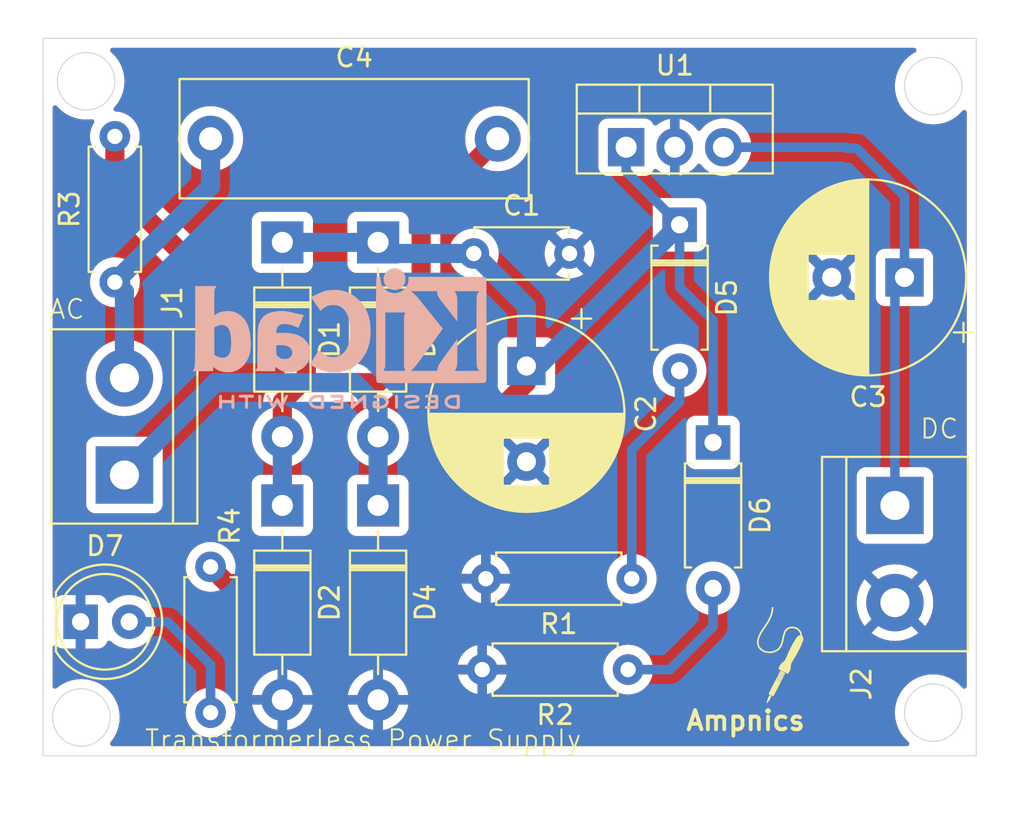
<source format=kicad_pcb>
(kicad_pcb (version 20240108) (generator "pcbnew") (generator_version "8.0")
  (layers (0 "F.Cu" signal) (31 "B.Cu" signal) (34 "B.Paste" user) (35 "F.Paste" user) (36 "B.SilkS" user "B.Silkscreen") (37 "F.SilkS" user "F.Silkscreen") (38 "B.Mask" user) (39 "F.Mask" user) (44 "Edge.Cuts" user))
  (net 0 "")
  (net 1 "Net-(D1-K)")
  (net 2 "GND")
  (net 3 "/5V")
  (net 4 "Net-(D1-A)")
  (net 5 "Net-(J1-Pin_2)")
  (net 6 "Net-(D3-A)")
  (net 7 "Net-(D5-A)")
  (net 8 "Net-(D6-A)")
  (net 9 "Net-(D7-A)")
  (footprint "Capacitor_THT:CP_Radial_D10.0mm_P3.80mm" (layer "F.Cu") (at 130.75 95 180)
    (property "Reference" "C3" (at 1.9 -6.25 0) (layer "F.SilkS"))
    (property "Value" "470uf")
    (pad "1" thru_hole rect (at 0 0 180) (size 2 2) (drill 1) (layers "*.Cu" "*.Mask") (net 3 "/5V"))
    (pad "2" thru_hole circle (at 3.8 0 180) (size 2 2) (drill 1) (layers "*.Cu" "*.Mask") (net 2 "GND"))
  )
  (footprint "Resistor_THT:R_Axial_DIN0207_L6.3mm_D2.5mm_P7.62mm_Horizontal" (layer "F.Cu") (at 116.5 110.75 180)
    (property "Reference" "R1" (at 3.81 -2.37 0) (layer "F.SilkS"))
    (property "Value" "20k")
    (pad "1" thru_hole circle (at 0 0 180) (size 1.6 1.6) (drill 0.8) (layers "*.Cu" "*.Mask") (net 7 "Net-(D5-A)"))
    (pad "2" thru_hole oval (at 7.62 0 180) (size 1.6 1.6) (drill 0.8) (layers "*.Cu" "*.Mask") (net 2 "GND"))
  )
  (footprint "Diode_THT:D_DO-41_SOD81_P10.16mm_Horizontal" (layer "F.Cu") (at 103.25 93.17 -90)
    (property "Reference" "D3" (at 5.08 -2.47 90) (layer "F.SilkS"))
    (property "Value" "1N4007")
    (pad "1" thru_hole rect (at 0 0 270) (size 2.2 2.2) (drill 1.1) (layers "*.Cu" "*.Mask") (net 1 "Net-(D1-K)"))
    (pad "2" thru_hole oval (at 10.16 0 270) (size 2.2 2.2) (drill 1.1) (layers "*.Cu" "*.Mask") (net 6 "Net-(D3-A)"))
  )
  (footprint "Capacitor_THT:C_Rect_L18.0mm_W6.0mm_P15.00mm_FKS3_FKP3" (layer "F.Cu") (at 94.5 87.75)
    (property "Reference" "C4" (at 7.5 -4.25 0) (layer "F.SilkS"))
    (property "Value" "225k/2.2uF")
    (pad "1" thru_hole circle (at 0 0) (size 2.4 2.4) (drill 1.2) (layers "*.Cu" "*.Mask") (net 5 "Net-(J1-Pin_2)"))
    (pad "2" thru_hole circle (at 15 0) (size 2.4 2.4) (drill 1.2) (layers "*.Cu" "*.Mask") (net 4 "Net-(D1-A)"))
  )
  (footprint "TerminalBlock:TerminalBlock_bornier-2_P5.08mm" (layer "F.Cu") (at 90 105.33 90)
    (property "Reference" "J1" (at 9 2.5 90) (layer "F.SilkS"))
    (property "Value" "Screw_Terminal_01x02")
    (pad "1" thru_hole rect (at 0 0 90) (size 3 3) (drill 1.52) (layers "*.Cu" "*.Mask") (net 6 "Net-(D3-A)"))
    (pad "2" thru_hole circle (at 5.08 0 90) (size 3 3) (drill 1.52) (layers "*.Cu" "*.Mask") (net 5 "Net-(J1-Pin_2)"))
  )
  (footprint "Diode_THT:D_A-405_P7.62mm_Horizontal" (layer "F.Cu") (at 120.75 103.63 -90)
    (property "Reference" "D6" (at 3.81 -2.47 90) (layer "F.SilkS"))
    (property "Value" "D_Zener")
    (pad "1" thru_hole rect (at 0 0 270) (size 1.8 1.8) (drill 0.9) (layers "*.Cu" "*.Mask") (net 1 "Net-(D1-K)"))
    (pad "2" thru_hole oval (at 7.62 0 270) (size 1.8 1.8) (drill 0.9) (layers "*.Cu" "*.Mask") (net 8 "Net-(D6-A)"))
  )
  (footprint "Diode_THT:D_DO-41_SOD81_P10.16mm_Horizontal" (layer "F.Cu") (at 103.25 106.92 -90)
    (property "Reference" "D4" (at 5.08 -2.47 90) (layer "F.SilkS"))
    (property "Value" "1N4007")
    (pad "1" thru_hole rect (at 0 0 270) (size 2.2 2.2) (drill 1.1) (layers "*.Cu" "*.Mask") (net 6 "Net-(D3-A)"))
    (pad "2" thru_hole oval (at 10.16 0 270) (size 2.2 2.2) (drill 1.1) (layers "*.Cu" "*.Mask") (net 2 "GND"))
  )
  (footprint "Resistor_THT:R_Axial_DIN0207_L6.3mm_D2.5mm_P7.62mm_Horizontal" (layer "F.Cu") (at 94.5 110.13 -90)
    (property "Reference" "R4" (at -2.13 -1 90) (layer "F.SilkS"))
    (property "Value" "2.2k")
    (pad "1" thru_hole circle (at 0 0 270) (size 1.6 1.6) (drill 0.8) (layers "*.Cu" "*.Mask") (net 1 "Net-(D1-K)"))
    (pad "2" thru_hole oval (at 7.62 0 270) (size 1.6 1.6) (drill 0.8) (layers "*.Cu" "*.Mask") (net 9 "Net-(D7-A)"))
  )
  (footprint "Capacitor_THT:C_Disc_D4.7mm_W2.5mm_P5.00mm" (layer "F.Cu") (at 108.25 93.75)
    (property "Reference" "C1" (at 2.5 -2.5 0) (layer "F.SilkS"))
    (property "Value" "0.1uf")
    (pad "1" thru_hole circle (at 0 0) (size 1.6 1.6) (drill 0.8) (layers "*.Cu" "*.Mask") (net 1 "Net-(D1-K)"))
    (pad "2" thru_hole circle (at 5 0) (size 1.6 1.6) (drill 0.8) (layers "*.Cu" "*.Mask") (net 2 "GND"))
  )
  (footprint "logo.preety:ampnics_logo_6x6mm" (layer "F.Cu") (at 124.25 114.75)
    (property "Reference" "G***" (hide yes))
    (property "Value" "LOGO" (hide yes))
  )
  (footprint "Capacitor_THT:CP_Radial_D10.0mm_P5.00mm" (layer "F.Cu") (at 111 99.632323 -90)
    (property "Reference" "C2" (at 2.5 -6.25 90) (layer "F.SilkS"))
    (property "Value" "1000uf")
    (pad "1" thru_hole rect (at 0 0 270) (size 2 2) (drill 1) (layers "*.Cu" "*.Mask") (net 1 "Net-(D1-K)"))
    (pad "2" thru_hole circle (at 5 0 270) (size 2 2) (drill 1) (layers "*.Cu" "*.Mask") (net 2 "GND"))
  )
  (footprint "Resistor_THT:R_Axial_DIN0207_L6.3mm_D2.5mm_P7.62mm_Horizontal" (layer "F.Cu") (at 89.5 95.25 90)
    (property "Reference" "R3" (at 3.81 -2.37 90) (layer "F.SilkS"))
    (property "Value" "1M")
    (pad "1" thru_hole circle (at 0 0 90) (size 1.6 1.6) (drill 0.8) (layers "*.Cu" "*.Mask") (net 5 "Net-(J1-Pin_2)"))
    (pad "2" thru_hole oval (at 7.62 0 90) (size 1.6 1.6) (drill 0.8) (layers "*.Cu" "*.Mask") (net 4 "Net-(D1-A)"))
  )
  (footprint "Resistor_THT:R_Axial_DIN0207_L6.3mm_D2.5mm_P7.62mm_Horizontal" (layer "F.Cu") (at 116.31 115.5 180)
    (property "Reference" "R2" (at 3.81 -2.37 0) (layer "F.SilkS"))
    (property "Value" "20k")
    (pad "1" thru_hole circle (at 0 0 180) (size 1.6 1.6) (drill 0.8) (layers "*.Cu" "*.Mask") (net 8 "Net-(D6-A)"))
    (pad "2" thru_hole oval (at 7.62 0 180) (size 1.6 1.6) (drill 0.8) (layers "*.Cu" "*.Mask") (net 2 "GND"))
  )
  (footprint "Diode_THT:D_A-405_P7.62mm_Horizontal" (layer "F.Cu") (at 119 92.25 -90)
    (property "Reference" "D5" (at 3.81 -2.47 90) (layer "F.SilkS"))
    (property "Value" "D_Zener")
    (pad "1" thru_hole rect (at 0 0 270) (size 1.8 1.8) (drill 0.9) (layers "*.Cu" "*.Mask") (net 1 "Net-(D1-K)"))
    (pad "2" thru_hole oval (at 7.62 0 270) (size 1.8 1.8) (drill 0.9) (layers "*.Cu" "*.Mask") (net 7 "Net-(D5-A)"))
  )
  (footprint "Package_TO_SOT_THT:TO-220-3_Vertical" (layer "F.Cu") (at 116.21 88.195)
    (property "Reference" "U1" (at 2.54 -4.27 0) (layer "F.SilkS"))
    (property "Value" "LM7805_TO220")
    (pad "1" thru_hole rect (at 0 0) (size 1.905 2) (drill 1.1) (layers "*.Cu" "*.Mask") (net 1 "Net-(D1-K)"))
    (pad "2" thru_hole oval (at 2.54 0) (size 1.905 2) (drill 1.1) (layers "*.Cu" "*.Mask") (net 2 "GND"))
    (pad "3" thru_hole oval (at 5.08 0) (size 1.905 2) (drill 1.1) (layers "*.Cu" "*.Mask") (net 3 "/5V"))
  )
  (footprint "Diode_THT:D_DO-41_SOD81_P10.16mm_Horizontal" (layer "F.Cu") (at 98.25 106.92 -90)
    (property "Reference" "D2" (at 5.08 -2.47 90) (layer "F.SilkS"))
    (property "Value" "1N4007")
    (pad "1" thru_hole rect (at 0 0 270) (size 2.2 2.2) (drill 1.1) (layers "*.Cu" "*.Mask") (net 4 "Net-(D1-A)"))
    (pad "2" thru_hole oval (at 10.16 0 270) (size 2.2 2.2) (drill 1.1) (layers "*.Cu" "*.Mask") (net 2 "GND"))
  )
  (footprint "LED_THT:LED_D5.0mm" (layer "F.Cu") (at 87.71 113)
    (property "Reference" "D7" (at 1.27 -3.96 0) (layer "F.SilkS"))
    (property "Value" "LED")
    (pad "1" thru_hole rect (at 0 0) (size 1.8 1.8) (drill 0.9) (layers "*.Cu" "*.Mask") (net 2 "GND"))
    (pad "2" thru_hole circle (at 2.54 0) (size 1.8 1.8) (drill 0.9) (layers "*.Cu" "*.Mask") (net 9 "Net-(D7-A)"))
  )
  (footprint "Diode_THT:D_DO-41_SOD81_P10.16mm_Horizontal" (layer "F.Cu") (at 98.25 93.17 -90)
    (property "Reference" "D1" (at 5.08 -2.47 90) (layer "F.SilkS"))
    (property "Value" "1N4007")
    (pad "1" thru_hole rect (at 0 0 270) (size 2.2 2.2) (drill 1.1) (layers "*.Cu" "*.Mask") (net 1 "Net-(D1-K)"))
    (pad "2" thru_hole oval (at 10.16 0 270) (size 2.2 2.2) (drill 1.1) (layers "*.Cu" "*.Mask") (net 4 "Net-(D1-A)"))
  )
  (footprint "TerminalBlock:TerminalBlock_bornier-2_P5.08mm" (layer "F.Cu") (at 130.25 106.92 -90)
    (property "Reference" "J2" (at 9.33 1.75 90) (layer "F.SilkS"))
    (property "Value" "Screw_Terminal_01x02")
    (pad "1" thru_hole rect (at 0 0 270) (size 3 3) (drill 1.52) (layers "*.Cu" "*.Mask") (net 3 "/5V"))
    (pad "2" thru_hole circle (at 5.08 0 270) (size 3 3) (drill 1.52) (layers "*.Cu" "*.Mask") (net 2 "GND"))
  )
  (footprint "Symbol:KiCad-Logo2_6mm_SilkScreen" (layer "B.Cu") (at 101.25 97.5 180)
    (property "Reference" "REF**" (hide yes))
    (property "Value" "KiCad-Logo2_6mm_SilkScreen" (hide yes))
  )
  (gr_circle (center 132.25 117.75) (end 133.75 117.75) (stroke (width 0.05)) (fill none) (layer "Edge.Cuts"))
  (gr_circle (center 87.75 118) (end 89.25 118) (stroke (width 0.05)) (fill none) (layer "Edge.Cuts"))
  (gr_circle (center 132.25 85) (end 133.75 85) (stroke (width 0.05)) (fill none) (layer "Edge.Cuts"))
  (gr_rect (start 85.75 82.5) (end 134.5 120) (stroke (width 0.05)) (fill none) (layer "Edge.Cuts"))
  (gr_circle (center 88 84.75) (end 89.5 84.75) (stroke (width 0.05)) (fill none) (layer "Edge.Cuts"))
  (gr_text "Transformerless Power Supply" (at 91 119.75 0) (layer "F.SilkS") (effects (font (size 1 1) (thickness 0.1)) (justify left bottom)))
  (gr_text "DC" (at 131.5 103.5 0) (layer "F.SilkS") (effects (font (size 1 1) (thickness 0.1)) (justify left bottom)))
  (gr_text "AC" (at 86 97.25 0) (layer "F.SilkS") (effects (font (size 1 1) (thickness 0.1)) (justify left bottom)))
  (gr_text "Ampnics" (at 119.25 118.75 0) (layer "F.SilkS") (effects (font (size 1 1) (thickness 0.2) (bold yes)) (justify left bottom)))
  (segment (start 106.25 110.25) (end 105 111.5) (width 1) (layer "F.Cu") (net 1))
  (segment (start 106.25 105.25) (end 106.25 110.25) (width 1) (layer "F.Cu") (net 1))
  (segment (start 111 100.5) (end 106.25 105.25) (width 1) (layer "F.Cu") (net 1))
  (segment (start 105 111.5) (end 96.75 111.5) (width 1) (layer "F.Cu") (net 1))
  (segment (start 111 99.632323) (end 111 100.5) (width 1) (layer "F.Cu") (net 1))
  (segment (start 95.37 111) (end 94.5 110.13) (width 1) (layer "F.Cu") (net 1))
  (segment (start 96.75 111.5) (end 96.25 111) (width 1) (layer "F.Cu") (net 1))
  (segment (start 96.25 111) (end 95.37 111) (width 1) (layer "F.Cu") (net 1))
  (segment (start 98.25 93.17) (end 103.25 93.17) (width 1) (layer "B.Cu") (net 1))
  (segment (start 111 99.632323) (end 111 96.5) (width 1) (layer "B.Cu") (net 1))
  (segment (start 111.617677 99.632323) (end 119 92.25) (width 1) (layer "B.Cu") (net 1))
  (segment (start 120.75 97.25) (end 120.75 103.63) (width 0.5) (layer "B.Cu") (net 1))
  (segment (start 119 92.25) (end 119 95.5) (width 0.5) (layer "B.Cu") (net 1))
  (segment (start 119 95.5) (end 120.75 97.25) (width 0.5) (layer "B.Cu") (net 1))
  (segment (start 111 96.5) (end 108.25 93.75) (width 1) (layer "B.Cu") (net 1))
  (segment (start 108.25 93.75) (end 103.83 93.75) (width 1) (layer "B.Cu") (net 1))
  (segment (start 116.21 89.46) (end 116.21 88.195) (width 0.5) (layer "B.Cu") (net 1))
  (segment (start 111 99.632323) (end 111.617677 99.632323) (width 1) (layer "B.Cu") (net 1))
  (segment (start 119 92.25) (end 116.21 89.46) (width 0.5) (layer "B.Cu") (net 1))
  (segment (start 103.83 93.75) (end 103.25 93.17) (width 1) (layer "B.Cu") (net 1))
  (segment (start 130.75 95) (end 130.75 90.75) (width 0.5) (layer "B.Cu") (net 3))
  (segment (start 127.695 88.195) (end 121.29 88.195) (width 0.5) (layer "B.Cu") (net 3))
  (segment (start 127.75 88.25) (end 127.695 88.195) (width 0.5) (layer "B.Cu") (net 3))
  (segment (start 130.75 90.75) (end 128.25 88.25) (width 0.5) (layer "B.Cu") (net 3))
  (segment (start 128.25 88.25) (end 127.75 88.25) (width 0.5) (layer "B.Cu") (net 3))
  (segment (start 130.25 95.5) (end 130.75 95) (width 0.5) (layer "B.Cu") (net 3))
  (segment (start 130.25 106.92) (end 130.25 95.5) (width 0.5) (layer "B.Cu") (net 3))
  (segment (start 99.5 100.5) (end 99.25 100.5) (width 1) (layer "F.Cu") (net 4))
  (segment (start 105.5 91.75) (end 105.5 98.25) (width 1) (layer "F.Cu") (net 4))
  (segment (start 96.75 96.25) (end 99.5 99) (width 1) (layer "F.Cu") (net 4))
  (segment (start 109.5 87.75) (end 105.5 91.75) (width 1) (layer "F.Cu") (net 4))
  (segment (start 103.25 100.5) (end 99.5 100.5) (width 1) (layer "F.Cu") (net 4))
  (segment (start 95.5 96.25) (end 96.75 96.25) (width 1) (layer "F.Cu") (net 4))
  (segment (start 89.5 87.63) (end 89.5 90.25) (width 1) (layer "F.Cu") (net 4))
  (segment (start 99.5 99) (end 99.5 100.5) (width 1) (layer "F.Cu") (net 4))
  (segment (start 98.25 101.5) (end 98.25 103.33) (width 1) (layer "F.Cu") (net 4))
  (segment (start 105.5 98.25) (end 103.25 100.5) (width 1) (layer "F.Cu") (net 4))
  (segment (start 99.25 100.5) (end 98.25 101.5) (width 1) (layer "F.Cu") (net 4))
  (segment (start 89.5 90.25) (end 95.5 96.25) (width 1) (layer "F.Cu") (net 4))
  (segment (start 98.25 106.92) (end 98.25 103.33) (width 1) (layer "B.Cu") (net 4))
  (segment (start 90 100.25) (end 90 95.75) (width 1) (layer "B.Cu") (net 5))
  (segment (start 90 95.75) (end 89.5 95.25) (width 1) (layer "B.Cu") (net 5))
  (segment (start 94.5 90.25) (end 89.5 95.25) (width 1) (layer "B.Cu") (net 5))
  (segment (start 94.5 87.75) (end 94.5 90.25) (width 1) (layer "B.Cu") (net 5))
  (segment (start 90 105.25) (end 94.75 100.5) (width 1) (layer "B.Cu") (net 6))
  (segment (start 102 100.5) (end 103.25 101.75) (width 1) (layer "B.Cu") (net 6))
  (segment (start 94.75 100.5) (end 102 100.5) (width 1) (layer "B.Cu") (net 6))
  (segment (start 90 105.33) (end 90 105.25) (width 1) (layer "B.Cu") (net 6))
  (segment (start 103.25 101.75) (end 103.25 103.33) (width 1) (layer "B.Cu") (net 6))
  (segment (start 103.25 106.92) (end 103.25 103.33) (width 1) (layer "B.Cu") (net 6))
  (segment (start 119 101.5) (end 116.5 104) (width 0.5) (layer "B.Cu") (net 7))
  (segment (start 116.5 104) (end 116.5 110.75) (width 0.5) (layer "B.Cu") (net 7))
  (segment (start 119 99.87) (end 119 101.5) (width 0.5) (layer "B.Cu") (net 7))
  (segment (start 118.5 115.5) (end 116.31 115.5) (width 0.5) (layer "B.Cu") (net 8))
  (segment (start 120.75 111.25) (end 120.75 113.25) (width 0.5) (layer "B.Cu") (net 8))
  (segment (start 120.75 113.25) (end 118.5 115.5) (width 0.5) (layer "B.Cu") (net 8))
  (segment (start 94.5 115.25) (end 92.25 113) (width 0.5) (layer "B.Cu") (net 9))
  (segment (start 92.25 113) (end 90.25 113) (width 0.5) (layer "B.Cu") (net 9))
  (segment (start 94.5 117.75) (end 94.5 115.25) (width 0.5) (layer "B.Cu") (net 9))
  (zone (net 2) (net_name "GND") (layers "F&B.Cu") (connect_pads (clearance 0.5)) (min_thickness 0.25) (fill yes (thermal_gap 0.5) (thermal_bridge_width 0.5))
    (polygon (pts (xy 83.5 80.5) (xy 136.25 80.5) (xy 137 123.5) (xy 83.5 123.25)))
  )
)
</source>
